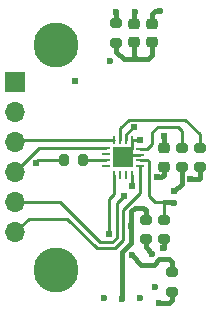
<source format=gbr>
%TF.GenerationSoftware,KiCad,Pcbnew,8.0.4-8.0.4-0~ubuntu22.04.1*%
%TF.CreationDate,2024-08-30T21:18:55-07:00*%
%TF.ProjectId,mag-encoder,6d61672d-656e-4636-9f64-65722e6b6963,1*%
%TF.SameCoordinates,Original*%
%TF.FileFunction,Copper,L4,Bot*%
%TF.FilePolarity,Positive*%
%FSLAX46Y46*%
G04 Gerber Fmt 4.6, Leading zero omitted, Abs format (unit mm)*
G04 Created by KiCad (PCBNEW 8.0.4-8.0.4-0~ubuntu22.04.1) date 2024-08-30 21:18:55*
%MOMM*%
%LPD*%
G01*
G04 APERTURE LIST*
G04 Aperture macros list*
%AMRoundRect*
0 Rectangle with rounded corners*
0 $1 Rounding radius*
0 $2 $3 $4 $5 $6 $7 $8 $9 X,Y pos of 4 corners*
0 Add a 4 corners polygon primitive as box body*
4,1,4,$2,$3,$4,$5,$6,$7,$8,$9,$2,$3,0*
0 Add four circle primitives for the rounded corners*
1,1,$1+$1,$2,$3*
1,1,$1+$1,$4,$5*
1,1,$1+$1,$6,$7*
1,1,$1+$1,$8,$9*
0 Add four rect primitives between the rounded corners*
20,1,$1+$1,$2,$3,$4,$5,0*
20,1,$1+$1,$4,$5,$6,$7,0*
20,1,$1+$1,$6,$7,$8,$9,0*
20,1,$1+$1,$8,$9,$2,$3,0*%
G04 Aperture macros list end*
%TA.AperFunction,ComponentPad*%
%ADD10C,3.810000*%
%TD*%
%TA.AperFunction,ComponentPad*%
%ADD11R,1.700000X1.700000*%
%TD*%
%TA.AperFunction,ComponentPad*%
%ADD12O,1.700000X1.700000*%
%TD*%
%TA.AperFunction,SMDPad,CuDef*%
%ADD13RoundRect,0.200000X0.200000X0.275000X-0.200000X0.275000X-0.200000X-0.275000X0.200000X-0.275000X0*%
%TD*%
%TA.AperFunction,SMDPad,CuDef*%
%ADD14RoundRect,0.225000X0.250000X-0.225000X0.250000X0.225000X-0.250000X0.225000X-0.250000X-0.225000X0*%
%TD*%
%TA.AperFunction,SMDPad,CuDef*%
%ADD15RoundRect,0.225000X-0.250000X0.225000X-0.250000X-0.225000X0.250000X-0.225000X0.250000X0.225000X0*%
%TD*%
%TA.AperFunction,SMDPad,CuDef*%
%ADD16RoundRect,0.200000X-0.275000X0.200000X-0.275000X-0.200000X0.275000X-0.200000X0.275000X0.200000X0*%
%TD*%
%TA.AperFunction,SMDPad,CuDef*%
%ADD17RoundRect,0.200000X0.275000X-0.200000X0.275000X0.200000X-0.275000X0.200000X-0.275000X-0.200000X0*%
%TD*%
%TA.AperFunction,SMDPad,CuDef*%
%ADD18RoundRect,0.062500X-0.287500X-0.062500X0.287500X-0.062500X0.287500X0.062500X-0.287500X0.062500X0*%
%TD*%
%TA.AperFunction,SMDPad,CuDef*%
%ADD19RoundRect,0.062500X-0.062500X-0.287500X0.062500X-0.287500X0.062500X0.287500X-0.062500X0.287500X0*%
%TD*%
%TA.AperFunction,HeatsinkPad*%
%ADD20R,1.700000X1.700000*%
%TD*%
%TA.AperFunction,ViaPad*%
%ADD21C,0.600000*%
%TD*%
%TA.AperFunction,ViaPad*%
%ADD22C,0.609600*%
%TD*%
%TA.AperFunction,Conductor*%
%ADD23C,0.381000*%
%TD*%
%TA.AperFunction,Conductor*%
%ADD24C,0.254000*%
%TD*%
G04 APERTURE END LIST*
D10*
%TO.P,H1,*%
%TO.N,*%
X224840800Y-114046000D03*
%TD*%
D11*
%TO.P,J1,1,Pin_1*%
%TO.N,GND*%
X221411800Y-117221000D03*
D12*
%TO.P,J1,2,Pin_2*%
%TO.N,+3.3V*%
X221411800Y-119761000D03*
%TO.P,J1,3,Pin_3*%
%TO.N,/CS*%
X221411800Y-122301000D03*
%TO.P,J1,4,Pin_4*%
%TO.N,/MOSI*%
X221411800Y-124841000D03*
%TO.P,J1,5,Pin_5*%
%TO.N,/MISO*%
X221411800Y-127381000D03*
%TO.P,J1,6,Pin_6*%
%TO.N,/SCLK*%
X221411800Y-129921000D03*
%TD*%
D10*
%TO.P,H2,*%
%TO.N,*%
X224840800Y-133096000D03*
%TD*%
D13*
%TO.P,R4,1*%
%TO.N,Net-(U2-A)*%
X227189800Y-123825000D03*
%TO.P,R4,2*%
%TO.N,/A*%
X225539800Y-123825000D03*
%TD*%
D14*
%TO.P,C3,1*%
%TO.N,+3.3V*%
X233984800Y-124346000D03*
%TO.P,C3,2*%
%TO.N,GND*%
X233984800Y-122796000D03*
%TD*%
D15*
%TO.P,C2,1*%
%TO.N,+5V*%
X231521000Y-112255000D03*
%TO.P,C2,2*%
%TO.N,GND*%
X231521000Y-113805000D03*
%TD*%
D16*
%TO.P,R6,1*%
%TO.N,Net-(D4-K)*%
X232460800Y-128842000D03*
%TO.P,R6,2*%
%TO.N,Net-(D5-A)*%
X232460800Y-130492000D03*
%TD*%
D17*
%TO.P,R7,1*%
%TO.N,Net-(Q1-D)*%
X234696000Y-134937000D03*
%TO.P,R7,2*%
%TO.N,Net-(D4-A)*%
X234696000Y-133287000D03*
%TD*%
D16*
%TO.P,R2,1*%
%TO.N,Net-(U2-B)*%
X237032800Y-122746000D03*
%TO.P,R2,2*%
%TO.N,/B*%
X237032800Y-124396000D03*
%TD*%
%TO.P,R3,1*%
%TO.N,Net-(U2-PWM)*%
X235508800Y-122746000D03*
%TO.P,R3,2*%
%TO.N,/PWM*%
X235508800Y-124396000D03*
%TD*%
D15*
%TO.P,C1,1*%
%TO.N,+3.3V*%
X233045000Y-112255000D03*
%TO.P,C1,2*%
%TO.N,GND*%
X233045000Y-113805000D03*
%TD*%
D18*
%TO.P,U2,1,SSD*%
%TO.N,unconnected-(U2-SSD-Pad1)*%
X229105800Y-124309000D03*
%TO.P,U2,2,A*%
%TO.N,Net-(U2-A)*%
X229105800Y-123809000D03*
%TO.P,U2,3,Z*%
%TO.N,unconnected-(U2-Z-Pad3)*%
X229105800Y-123309000D03*
%TO.P,U2,4,MOSI*%
%TO.N,/MOSI*%
X229105800Y-122809000D03*
D19*
%TO.P,U2,5,CS*%
%TO.N,/CS*%
X229805800Y-122121000D03*
%TO.P,U2,6,B*%
%TO.N,Net-(U2-B)*%
X230305800Y-122121000D03*
%TO.P,U2,7,MISO*%
%TO.N,/MISO*%
X230805800Y-122121000D03*
%TO.P,U2,8,GND*%
%TO.N,GND*%
X231305800Y-122121000D03*
D18*
%TO.P,U2,9,PWM*%
%TO.N,Net-(U2-PWM)*%
X232005800Y-122821000D03*
%TO.P,U2,10,TEST*%
%TO.N,GND*%
X232005800Y-123321000D03*
%TO.P,U2,11,MGL*%
%TO.N,Net-(Q1-G)*%
X232005800Y-123821000D03*
%TO.P,U2,12,SCLK*%
%TO.N,/SCLK*%
X232005800Y-124321000D03*
D19*
%TO.P,U2,13,VDD*%
%TO.N,+3.3V*%
X231305800Y-125021000D03*
%TO.P,U2,14,NC*%
%TO.N,unconnected-(U2-NC-Pad14)*%
X230805800Y-125021000D03*
%TO.P,U2,15,SSCK*%
%TO.N,unconnected-(U2-SSCK-Pad15)*%
X230305800Y-125021000D03*
%TO.P,U2,16,MGH*%
%TO.N,Net-(D4-K)*%
X229805800Y-125021000D03*
D20*
%TO.P,U2,17,EP*%
%TO.N,GND*%
X230555800Y-123571000D03*
%TD*%
D16*
%TO.P,R5,1*%
%TO.N,Net-(Q1-G)*%
X233984800Y-128842000D03*
%TO.P,R5,2*%
%TO.N,Net-(D3-A)*%
X233984800Y-130492000D03*
%TD*%
%TO.P,R1,1*%
%TO.N,Net-(D1-K)*%
X229997000Y-112205000D03*
%TO.P,R1,2*%
%TO.N,GND*%
X229997000Y-113855000D03*
%TD*%
D21*
%TO.N,+3.3V*%
X233705400Y-111175800D03*
D22*
X233464100Y-125260100D03*
X231317800Y-125984000D03*
D21*
X233248200Y-134518400D03*
X229489000Y-115417600D03*
%TO.N,GND*%
X231673400Y-115265200D03*
D22*
X226491800Y-117094000D03*
X232003600Y-122097800D03*
D21*
X228955600Y-135509000D03*
X232029000Y-135509000D03*
D22*
X233984800Y-121793000D03*
D21*
%TO.N,+5V*%
X231546400Y-111226600D03*
%TO.N,Net-(D4-A)*%
X231292400Y-131826000D03*
%TO.N,Net-(D1-K)*%
X229997000Y-111226600D03*
%TO.N,Net-(D3-A)*%
X233924399Y-131273400D03*
%TO.N,Net-(D4-K)*%
X230505000Y-135559800D03*
D22*
X229368646Y-130086100D03*
X231267000Y-129387600D03*
%TO.N,/A*%
X223157754Y-124046954D03*
%TO.N,/B*%
X236245400Y-125412501D03*
%TO.N,/PWM*%
X234911727Y-126377562D03*
D21*
%TO.N,Net-(Q1-D)*%
X233603800Y-135890000D03*
%TO.N,Net-(Q1-G)*%
X234883106Y-127441105D03*
%TO.N,Net-(D5-A)*%
X233019600Y-131724400D03*
D22*
%TO.N,/MISO*%
X231495600Y-121031000D03*
X230657400Y-126822200D03*
%TD*%
D23*
%TO.N,+3.3V*%
X233045000Y-111404400D02*
X233273600Y-111175800D01*
X233045000Y-112255000D02*
X233045000Y-111404400D01*
X233768900Y-125260100D02*
X233984800Y-125044200D01*
X233273600Y-111175800D02*
X233705400Y-111175800D01*
X233464100Y-125260100D02*
X233768900Y-125260100D01*
D24*
X231305800Y-125021000D02*
X231305800Y-125972000D01*
D23*
X233984800Y-125044200D02*
X233984800Y-124346000D01*
D24*
X231305800Y-125972000D02*
X231317800Y-125984000D01*
D23*
%TO.N,GND*%
X231521000Y-115112800D02*
X231673400Y-115265200D01*
D24*
X231308000Y-122123200D02*
X231978200Y-122123200D01*
X231305800Y-122121000D02*
X231305800Y-122560024D01*
D23*
X230657400Y-115265200D02*
X231673400Y-115265200D01*
D24*
X231287500Y-122578324D02*
X231287500Y-122839300D01*
X231305800Y-122121000D02*
X231308000Y-122123200D01*
X231978200Y-122123200D02*
X232003600Y-122097800D01*
X232005800Y-123321000D02*
X230805800Y-123321000D01*
D23*
X229997000Y-114604800D02*
X230657400Y-115265200D01*
D24*
X231305800Y-122560024D02*
X231287500Y-122578324D01*
X230805800Y-123321000D02*
X230555800Y-123571000D01*
X231287500Y-122839300D02*
X230555800Y-123571000D01*
D23*
X233045000Y-113805000D02*
X233045000Y-114858800D01*
X229997000Y-113855000D02*
X229997000Y-114604800D01*
X233045000Y-114858800D02*
X232638600Y-115265200D01*
X232638600Y-115265200D02*
X231673400Y-115265200D01*
X231521000Y-113805000D02*
X231521000Y-115112800D01*
X233984800Y-122796000D02*
X233984800Y-121793000D01*
%TO.N,+5V*%
X231521000Y-112255000D02*
X231521000Y-111252000D01*
X231521000Y-111252000D02*
X231546400Y-111226600D01*
%TO.N,Net-(D4-A)*%
X234416600Y-132181600D02*
X233597322Y-132181600D01*
X234696000Y-133287000D02*
X234696000Y-132461000D01*
X233597322Y-132181600D02*
X233140122Y-132638800D01*
X234696000Y-132461000D02*
X234416600Y-132181600D01*
X232105200Y-132638800D02*
X231292400Y-131826000D01*
X233140122Y-132638800D02*
X232105200Y-132638800D01*
%TO.N,Net-(D1-K)*%
X229997000Y-111226600D02*
X229997000Y-112205000D01*
%TO.N,Net-(D3-A)*%
X233984800Y-131212999D02*
X233984800Y-130492000D01*
X233924399Y-131273400D02*
X233984800Y-131212999D01*
%TO.N,Net-(D4-K)*%
X231267000Y-129387600D02*
X231267000Y-130810000D01*
X231267000Y-129387600D02*
X231267000Y-128092200D01*
X231546400Y-127812800D02*
X232283000Y-127812800D01*
X231267000Y-130810000D02*
X230505000Y-131572000D01*
X231267000Y-128092200D02*
X231546400Y-127812800D01*
X232283000Y-127812800D02*
X232460800Y-127990600D01*
X230505000Y-131572000D02*
X230505000Y-135559800D01*
X232460800Y-127990600D02*
X232460800Y-128842000D01*
D24*
X229805800Y-126632400D02*
X229805800Y-125021000D01*
X229368646Y-127069554D02*
X229805800Y-126632400D01*
X229368646Y-130086100D02*
X229368646Y-127069554D01*
%TO.N,/A*%
X223379708Y-123825000D02*
X225539800Y-123825000D01*
X223157754Y-124046954D02*
X223379708Y-123825000D01*
D23*
%TO.N,/B*%
X237032800Y-125349000D02*
X237032800Y-124396000D01*
X236969299Y-125412501D02*
X237032800Y-125349000D01*
X236245400Y-125412501D02*
X236969299Y-125412501D01*
%TO.N,/PWM*%
X234911727Y-126377562D02*
X235508800Y-125780489D01*
X235508800Y-125780489D02*
X235508800Y-124396000D01*
%TO.N,Net-(Q1-D)*%
X234442000Y-135890000D02*
X234696000Y-135636000D01*
X234696000Y-135636000D02*
X234696000Y-134937000D01*
X233603800Y-135890000D02*
X234442000Y-135890000D01*
D24*
%TO.N,Net-(Q1-G)*%
X232791000Y-126822200D02*
X233299000Y-127330200D01*
X233299000Y-127330200D02*
X234061000Y-127330200D01*
D23*
X234061000Y-127330200D02*
X234772201Y-127330200D01*
D24*
X232791000Y-123977400D02*
X232791000Y-126822200D01*
X232634600Y-123821000D02*
X232791000Y-123977400D01*
X233984800Y-127406400D02*
X233984800Y-128842000D01*
X234061000Y-127330200D02*
X233984800Y-127406400D01*
X232005800Y-123821000D02*
X232634600Y-123821000D01*
D23*
X234772201Y-127330200D02*
X234883106Y-127441105D01*
%TO.N,Net-(D5-A)*%
X233019600Y-131724400D02*
X232460800Y-131165600D01*
X232460800Y-131165600D02*
X232460800Y-130492000D01*
D24*
%TO.N,Net-(U2-B)*%
X231051100Y-120357900D02*
X235800900Y-120357900D01*
X235800900Y-120357900D02*
X237032800Y-121589800D01*
X230305800Y-121103200D02*
X231051100Y-120357900D01*
X230305800Y-122121000D02*
X230305800Y-121103200D01*
X237032800Y-121589800D02*
X237032800Y-122746000D01*
%TO.N,Net-(U2-PWM)*%
X233019600Y-122402600D02*
X233019600Y-121437400D01*
X235508800Y-121310400D02*
X235508800Y-122746000D01*
X232005800Y-122821000D02*
X232601200Y-122821000D01*
X235178600Y-120980200D02*
X235508800Y-121310400D01*
X233019600Y-121437400D02*
X233476800Y-120980200D01*
X232601200Y-122821000D02*
X233019600Y-122402600D01*
X233476800Y-120980200D02*
X235178600Y-120980200D01*
%TO.N,Net-(U2-A)*%
X227205800Y-123809000D02*
X227189800Y-123825000D01*
X229105800Y-123809000D02*
X227205800Y-123809000D01*
%TO.N,/MISO*%
X230035100Y-127444500D02*
X230657400Y-126822200D01*
X225247200Y-127381000D02*
X228625400Y-130759200D01*
X229647454Y-130759200D02*
X230041746Y-130364908D01*
X230041746Y-129807292D02*
X230035100Y-129800646D01*
X230805800Y-122121000D02*
X230805800Y-121660024D01*
X230805800Y-121660024D02*
X231434824Y-121031000D01*
X231434824Y-121031000D02*
X231495600Y-121031000D01*
X230035100Y-129800646D02*
X230035100Y-127444500D01*
X228625400Y-130759200D02*
X229647454Y-130759200D01*
X221411800Y-127381000D02*
X225247200Y-127381000D01*
X230041746Y-130364908D02*
X230041746Y-129807292D01*
%TO.N,/CS*%
X229803600Y-122123200D02*
X221589600Y-122123200D01*
X229805800Y-122121000D02*
X229803600Y-122123200D01*
X221589600Y-122123200D02*
X221411800Y-122301000D01*
%TO.N,/MOSI*%
X223443800Y-122809000D02*
X221411800Y-124841000D01*
X229105800Y-122809000D02*
X223443800Y-122809000D01*
%TO.N,/SCLK*%
X232005800Y-126540600D02*
X232005800Y-124321000D01*
X228320600Y-131267200D02*
X229839914Y-131267200D01*
X221411800Y-129921000D02*
X222580200Y-128752600D01*
X229839914Y-131267200D02*
X230537046Y-130570068D01*
X230537046Y-128009354D02*
X232005800Y-126540600D01*
X222580200Y-128752600D02*
X225806000Y-128752600D01*
X230537046Y-130570068D02*
X230537046Y-128009354D01*
X225806000Y-128752600D02*
X228320600Y-131267200D01*
%TD*%
M02*

</source>
